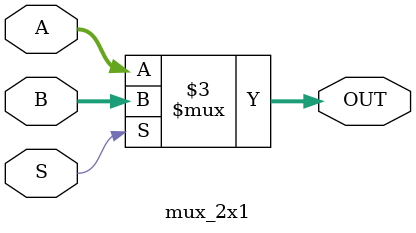
<source format=v>
`timescale 1ns / 1ps


module mux_2x1 #(parameter width = 32) (OUT, A, B, S);
    input [width-1:0] A, B;
    input S;
    output reg [width-1:0] OUT;
    
    always @(A or B or S)
    begin
        OUT = (S==0)? A : B;
    end
endmodule

</source>
